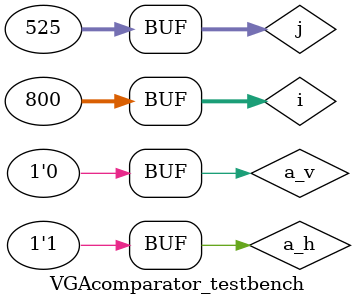
<source format=v>
module VGAcomparator (
   output wire       lt,
   input  wire [9:0] a,
   input  wire [9:0] b
);

   assign lt = a < b;
endmodule

module VGAcomparator_testbench ();
   wire HS, VS;
   reg  a_h, a_v;

   VGAcomparator comp_h (.lt(HS), .a(a_h), .b(10'd96));
   VGAcomparator comp_v (.lt(VS), .a(a_v), .b(10'd2));

   integer i, j;
   initial begin
      for (j = 0; j < 4; j = j + 1) begin
         a_v = j;
         for (i = 0; i < 100; i = i + 1) begin
            a_h = i; #10;
         end

         for (i = 790; i < 800; i = i + 1) begin
            a_h = i; #10;
         end
      end

      for (j = 500; j < 525; j = j + 1) begin
         a_v = j; #10;
      end
   end
endmodule

</source>
